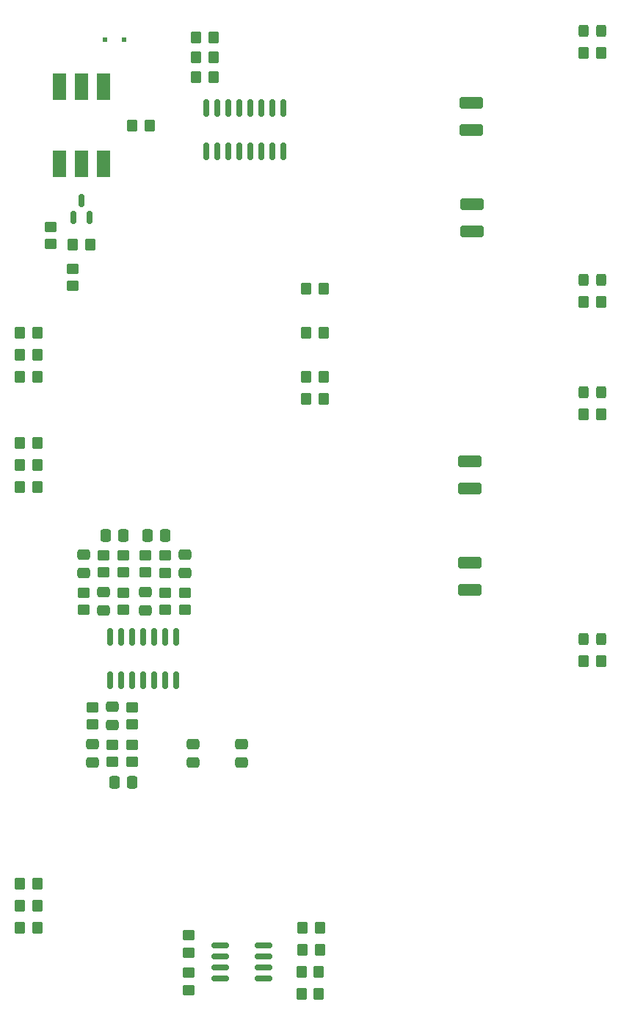
<source format=gbr>
%TF.GenerationSoftware,KiCad,Pcbnew,(6.0.1)*%
%TF.CreationDate,2022-06-02T13:00:42+03:00*%
%TF.ProjectId,Launch-Adapter,4c61756e-6368-42d4-9164-61707465722e,rev?*%
%TF.SameCoordinates,Original*%
%TF.FileFunction,Paste,Top*%
%TF.FilePolarity,Positive*%
%FSLAX46Y46*%
G04 Gerber Fmt 4.6, Leading zero omitted, Abs format (unit mm)*
G04 Created by KiCad (PCBNEW (6.0.1)) date 2022-06-02 13:00:42*
%MOMM*%
%LPD*%
G01*
G04 APERTURE LIST*
G04 Aperture macros list*
%AMRoundRect*
0 Rectangle with rounded corners*
0 $1 Rounding radius*
0 $2 $3 $4 $5 $6 $7 $8 $9 X,Y pos of 4 corners*
0 Add a 4 corners polygon primitive as box body*
4,1,4,$2,$3,$4,$5,$6,$7,$8,$9,$2,$3,0*
0 Add four circle primitives for the rounded corners*
1,1,$1+$1,$2,$3*
1,1,$1+$1,$4,$5*
1,1,$1+$1,$6,$7*
1,1,$1+$1,$8,$9*
0 Add four rect primitives between the rounded corners*
20,1,$1+$1,$2,$3,$4,$5,0*
20,1,$1+$1,$4,$5,$6,$7,0*
20,1,$1+$1,$6,$7,$8,$9,0*
20,1,$1+$1,$8,$9,$2,$3,0*%
G04 Aperture macros list end*
%ADD10RoundRect,0.250000X0.350000X0.450000X-0.350000X0.450000X-0.350000X-0.450000X0.350000X-0.450000X0*%
%ADD11RoundRect,0.250000X-0.350000X-0.450000X0.350000X-0.450000X0.350000X0.450000X-0.350000X0.450000X0*%
%ADD12RoundRect,0.250000X0.475000X-0.337500X0.475000X0.337500X-0.475000X0.337500X-0.475000X-0.337500X0*%
%ADD13RoundRect,0.250000X1.100000X-0.412500X1.100000X0.412500X-1.100000X0.412500X-1.100000X-0.412500X0*%
%ADD14RoundRect,0.250000X0.450000X-0.350000X0.450000X0.350000X-0.450000X0.350000X-0.450000X-0.350000X0*%
%ADD15RoundRect,0.250000X-0.450000X0.350000X-0.450000X-0.350000X0.450000X-0.350000X0.450000X0.350000X0*%
%ADD16RoundRect,0.250000X-0.475000X0.337500X-0.475000X-0.337500X0.475000X-0.337500X0.475000X0.337500X0*%
%ADD17RoundRect,0.250000X-0.325000X-0.450000X0.325000X-0.450000X0.325000X0.450000X-0.325000X0.450000X0*%
%ADD18RoundRect,0.150000X-0.150000X0.850000X-0.150000X-0.850000X0.150000X-0.850000X0.150000X0.850000X0*%
%ADD19RoundRect,0.150000X-0.150000X0.825000X-0.150000X-0.825000X0.150000X-0.825000X0.150000X0.825000X0*%
%ADD20RoundRect,0.250000X0.337500X0.475000X-0.337500X0.475000X-0.337500X-0.475000X0.337500X-0.475000X0*%
%ADD21RoundRect,0.150000X0.150000X-0.587500X0.150000X0.587500X-0.150000X0.587500X-0.150000X-0.587500X0*%
%ADD22R,1.600000X3.100000*%
%ADD23R,0.500000X0.500000*%
%ADD24RoundRect,0.150000X0.825000X0.150000X-0.825000X0.150000X-0.825000X-0.150000X0.825000X-0.150000X0*%
G04 APERTURE END LIST*
D10*
%TO.C,R28*%
X70342000Y-71374000D03*
X68342000Y-71374000D03*
%TD*%
%TO.C,R31*%
X70342000Y-84074000D03*
X68342000Y-84074000D03*
%TD*%
D11*
%TO.C,R17*%
X133382000Y-36576000D03*
X135382000Y-36576000D03*
%TD*%
D12*
%TO.C,C23*%
X87376000Y-96541500D03*
X87376000Y-94466500D03*
%TD*%
D10*
%TO.C,R35*%
X70342000Y-137414000D03*
X68342000Y-137414000D03*
%TD*%
D13*
%TO.C,C5*%
X120490000Y-57188500D03*
X120490000Y-54063500D03*
%TD*%
D10*
%TO.C,R29*%
X70342000Y-73914000D03*
X68342000Y-73914000D03*
%TD*%
D12*
%TO.C,C1*%
X88345000Y-118385500D03*
X88345000Y-116310500D03*
%TD*%
D11*
%TO.C,R20*%
X133366000Y-106680000D03*
X135366000Y-106680000D03*
%TD*%
D10*
%TO.C,R38*%
X103362000Y-73914000D03*
X101362000Y-73914000D03*
%TD*%
D14*
%TO.C,R8*%
X85068500Y-96520000D03*
X85068500Y-94520000D03*
%TD*%
D15*
%TO.C,R15*%
X87376000Y-98822000D03*
X87376000Y-100822000D03*
%TD*%
D12*
%TO.C,C19*%
X82782500Y-100859500D03*
X82782500Y-98784500D03*
%TD*%
D15*
%TO.C,R11*%
X81280000Y-112030000D03*
X81280000Y-114030000D03*
%TD*%
D16*
%TO.C,C18*%
X78994000Y-111992500D03*
X78994000Y-114067500D03*
%TD*%
D14*
%TO.C,R16*%
X74422000Y-63484000D03*
X74422000Y-61484000D03*
%TD*%
D10*
%TO.C,R27*%
X70342000Y-68834000D03*
X68342000Y-68834000D03*
%TD*%
%TO.C,R34*%
X70342000Y-134874000D03*
X68342000Y-134874000D03*
%TD*%
D15*
%TO.C,R6*%
X81280000Y-116348000D03*
X81280000Y-118348000D03*
%TD*%
D14*
%TO.C,R10*%
X80264000Y-100822000D03*
X80264000Y-98822000D03*
%TD*%
D13*
%TO.C,C2*%
X120396000Y-45504500D03*
X120396000Y-42379500D03*
%TD*%
D15*
%TO.C,R1*%
X87819000Y-142637000D03*
X87819000Y-144637000D03*
%TD*%
D11*
%TO.C,R19*%
X133366000Y-65278000D03*
X135366000Y-65278000D03*
%TD*%
D17*
%TO.C,D4*%
X133357000Y-34036000D03*
X135407000Y-34036000D03*
%TD*%
%TO.C,D7*%
X133341000Y-104140000D03*
X135391000Y-104140000D03*
%TD*%
D12*
%TO.C,C7*%
X93933000Y-118385500D03*
X93933000Y-116310500D03*
%TD*%
D11*
%TO.C,R45*%
X100797000Y-145034000D03*
X102797000Y-145034000D03*
%TD*%
%TO.C,R21*%
X88662000Y-34798000D03*
X90662000Y-34798000D03*
%TD*%
D18*
%TO.C,D8*%
X98679000Y-42966000D03*
X97409000Y-42966000D03*
X96139000Y-42966000D03*
X94869000Y-42966000D03*
X93599000Y-42966000D03*
X92329000Y-42966000D03*
X91059000Y-42966000D03*
X89789000Y-42966000D03*
X89789000Y-47966000D03*
X91059000Y-47966000D03*
X92329000Y-47966000D03*
X93599000Y-47966000D03*
X94869000Y-47966000D03*
X96139000Y-47966000D03*
X97409000Y-47966000D03*
X98679000Y-47966000D03*
%TD*%
D10*
%TO.C,R33*%
X70342000Y-132334000D03*
X68342000Y-132334000D03*
%TD*%
%TO.C,R32*%
X70342000Y-86614000D03*
X68342000Y-86614000D03*
%TD*%
D14*
%TO.C,R14*%
X76708000Y-114030000D03*
X76708000Y-112030000D03*
%TD*%
D10*
%TO.C,R41*%
X83296000Y-44958000D03*
X81296000Y-44958000D03*
%TD*%
D12*
%TO.C,C21*%
X75692000Y-96541500D03*
X75692000Y-94466500D03*
%TD*%
D11*
%TO.C,R22*%
X101362000Y-76454000D03*
X103362000Y-76454000D03*
%TD*%
D19*
%TO.C,U5*%
X86360000Y-103951000D03*
X85090000Y-103951000D03*
X83820000Y-103951000D03*
X82550000Y-103951000D03*
X81280000Y-103951000D03*
X80010000Y-103951000D03*
X78740000Y-103951000D03*
X78740000Y-108901000D03*
X80010000Y-108901000D03*
X81280000Y-108901000D03*
X82550000Y-108901000D03*
X83820000Y-108901000D03*
X85090000Y-108901000D03*
X86360000Y-108901000D03*
%TD*%
D11*
%TO.C,R44*%
X100916000Y-137414000D03*
X102916000Y-137414000D03*
%TD*%
D15*
%TO.C,R5*%
X77978000Y-94488000D03*
X77978000Y-96488000D03*
%TD*%
D11*
%TO.C,R39*%
X74438000Y-58674000D03*
X76438000Y-58674000D03*
%TD*%
D13*
%TO.C,C6*%
X120236000Y-98496500D03*
X120236000Y-95371500D03*
%TD*%
%TO.C,C3*%
X120236000Y-86851000D03*
X120236000Y-83726000D03*
%TD*%
D20*
%TO.C,C15*%
X81301500Y-120650000D03*
X79226500Y-120650000D03*
%TD*%
D14*
%TO.C,R4*%
X80264000Y-96488000D03*
X80264000Y-94488000D03*
%TD*%
D15*
%TO.C,R9*%
X82782500Y-94504000D03*
X82782500Y-96504000D03*
%TD*%
D17*
%TO.C,D6*%
X133341000Y-62738000D03*
X135391000Y-62738000D03*
%TD*%
%TO.C,D5*%
X133341000Y-75692000D03*
X135391000Y-75692000D03*
%TD*%
D21*
%TO.C,Q1*%
X74488000Y-55547500D03*
X76388000Y-55547500D03*
X75438000Y-53672500D03*
%TD*%
D10*
%TO.C,R36*%
X103362000Y-63754000D03*
X101362000Y-63754000D03*
%TD*%
D22*
%TO.C,D1*%
X72898000Y-49403000D03*
X75438000Y-49403000D03*
X77978000Y-49403000D03*
X77978000Y-40513000D03*
X75438000Y-40513000D03*
X72898000Y-40513000D03*
%TD*%
D10*
%TO.C,R30*%
X70342000Y-81534000D03*
X68342000Y-81534000D03*
%TD*%
D16*
%TO.C,C22*%
X76708000Y-116310500D03*
X76708000Y-118385500D03*
%TD*%
D12*
%TO.C,C17*%
X77978000Y-100859500D03*
X77978000Y-98784500D03*
%TD*%
D15*
%TO.C,R2*%
X87819000Y-138319000D03*
X87819000Y-140319000D03*
%TD*%
D14*
%TO.C,R7*%
X78994000Y-118348000D03*
X78994000Y-116348000D03*
%TD*%
D15*
%TO.C,R40*%
X71882000Y-56658000D03*
X71882000Y-58658000D03*
%TD*%
D20*
%TO.C,C14*%
X80285500Y-92202000D03*
X78210500Y-92202000D03*
%TD*%
D23*
%TO.C,D2*%
X78148000Y-35052000D03*
X80348000Y-35052000D03*
%TD*%
D20*
%TO.C,C16*%
X85090000Y-92202000D03*
X83015000Y-92202000D03*
%TD*%
D10*
%TO.C,R37*%
X103362000Y-68834000D03*
X101362000Y-68834000D03*
%TD*%
D11*
%TO.C,R46*%
X100797000Y-142494000D03*
X102797000Y-142494000D03*
%TD*%
D24*
%TO.C,U4*%
X96390000Y-143256000D03*
X96390000Y-141986000D03*
X96390000Y-140716000D03*
X96390000Y-139446000D03*
X91440000Y-139446000D03*
X91440000Y-140716000D03*
X91440000Y-141986000D03*
X91440000Y-143256000D03*
%TD*%
D11*
%TO.C,R43*%
X100916000Y-139954000D03*
X102916000Y-139954000D03*
%TD*%
%TO.C,R18*%
X133366000Y-78232000D03*
X135366000Y-78232000D03*
%TD*%
D14*
%TO.C,R12*%
X85068500Y-100822000D03*
X85068500Y-98822000D03*
%TD*%
D15*
%TO.C,R13*%
X75692000Y-98822000D03*
X75692000Y-100822000D03*
%TD*%
D11*
%TO.C,R42*%
X88678000Y-37084000D03*
X90678000Y-37084000D03*
%TD*%
D10*
%TO.C,R47*%
X90678000Y-39370000D03*
X88678000Y-39370000D03*
%TD*%
M02*

</source>
